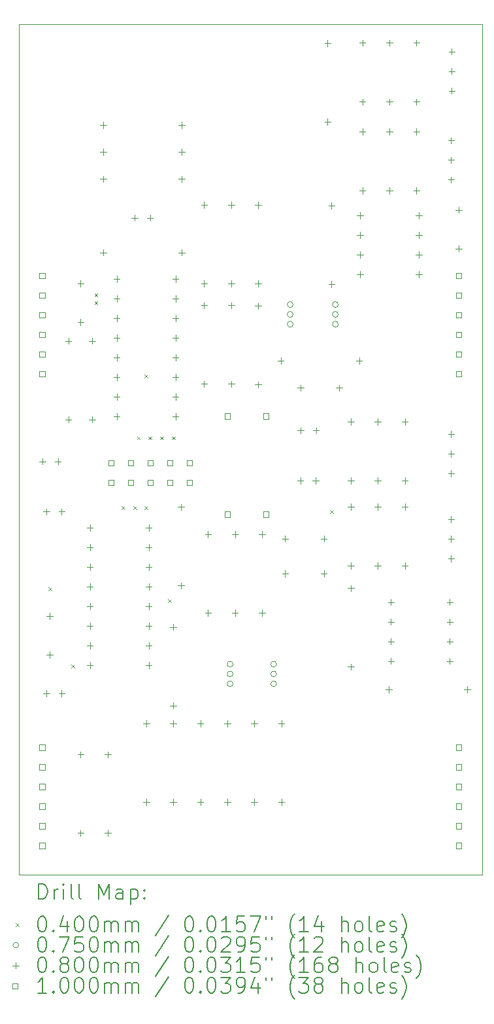
<source format=gbr>
%FSLAX45Y45*%
G04 Gerber Fmt 4.5, Leading zero omitted, Abs format (unit mm)*
G04 Created by KiCad (PCBNEW (6.0.0)) date 2022-04-04 19:52:20*
%MOMM*%
%LPD*%
G01*
G04 APERTURE LIST*
%TA.AperFunction,Profile*%
%ADD10C,0.050000*%
%TD*%
%ADD11C,0.200000*%
%ADD12C,0.040000*%
%ADD13C,0.075000*%
%ADD14C,0.080000*%
%ADD15C,0.100000*%
G04 APERTURE END LIST*
D10*
X9000000Y-3650000D02*
X9000000Y-14650000D01*
X3000000Y-3650000D02*
X9000000Y-3650000D01*
X3000000Y-3650000D02*
X3000000Y-14650000D01*
X3000000Y-14650000D02*
X9000000Y-14650000D01*
D11*
D12*
X3380000Y-10930000D02*
X3420000Y-10970000D01*
X3420000Y-10930000D02*
X3380000Y-10970000D01*
X3680000Y-11930000D02*
X3720000Y-11970000D01*
X3720000Y-11930000D02*
X3680000Y-11970000D01*
X3980000Y-7130000D02*
X4020000Y-7170000D01*
X4020000Y-7130000D02*
X3980000Y-7170000D01*
X3980000Y-7230000D02*
X4020000Y-7270000D01*
X4020000Y-7230000D02*
X3980000Y-7270000D01*
X4330000Y-9880000D02*
X4370000Y-9920000D01*
X4370000Y-9880000D02*
X4330000Y-9920000D01*
X4480000Y-9880000D02*
X4520000Y-9920000D01*
X4520000Y-9880000D02*
X4480000Y-9920000D01*
X4530000Y-8980000D02*
X4570000Y-9020000D01*
X4570000Y-8980000D02*
X4530000Y-9020000D01*
X4630000Y-8180000D02*
X4670000Y-8220000D01*
X4670000Y-8180000D02*
X4630000Y-8220000D01*
X4630000Y-9880000D02*
X4670000Y-9920000D01*
X4670000Y-9880000D02*
X4630000Y-9920000D01*
X4680000Y-8980000D02*
X4720000Y-9020000D01*
X4720000Y-8980000D02*
X4680000Y-9020000D01*
X4830000Y-8980000D02*
X4870000Y-9020000D01*
X4870000Y-8980000D02*
X4830000Y-9020000D01*
X4930000Y-11080000D02*
X4970000Y-11120000D01*
X4970000Y-11080000D02*
X4930000Y-11120000D01*
X4980000Y-8980000D02*
X5020000Y-9020000D01*
X5020000Y-8980000D02*
X4980000Y-9020000D01*
X7030000Y-9930000D02*
X7070000Y-9970000D01*
X7070000Y-9930000D02*
X7030000Y-9970000D01*
D13*
X5773500Y-11923000D02*
G75*
G03*
X5773500Y-11923000I-37500J0D01*
G01*
X5773500Y-12050000D02*
G75*
G03*
X5773500Y-12050000I-37500J0D01*
G01*
X5773500Y-12177000D02*
G75*
G03*
X5773500Y-12177000I-37500J0D01*
G01*
X6337500Y-11923000D02*
G75*
G03*
X6337500Y-11923000I-37500J0D01*
G01*
X6337500Y-12050000D02*
G75*
G03*
X6337500Y-12050000I-37500J0D01*
G01*
X6337500Y-12177000D02*
G75*
G03*
X6337500Y-12177000I-37500J0D01*
G01*
X6551500Y-7273000D02*
G75*
G03*
X6551500Y-7273000I-37500J0D01*
G01*
X6551500Y-7400000D02*
G75*
G03*
X6551500Y-7400000I-37500J0D01*
G01*
X6551500Y-7527000D02*
G75*
G03*
X6551500Y-7527000I-37500J0D01*
G01*
X7137500Y-7273000D02*
G75*
G03*
X7137500Y-7273000I-37500J0D01*
G01*
X7137500Y-7400000D02*
G75*
G03*
X7137500Y-7400000I-37500J0D01*
G01*
X7137500Y-7527000D02*
G75*
G03*
X7137500Y-7527000I-37500J0D01*
G01*
D14*
X3304489Y-9260000D02*
X3304489Y-9340000D01*
X3264489Y-9300000D02*
X3344489Y-9300000D01*
X3354489Y-9910000D02*
X3354489Y-9990000D01*
X3314489Y-9950000D02*
X3394489Y-9950000D01*
X3354489Y-12260000D02*
X3354489Y-12340000D01*
X3314489Y-12300000D02*
X3394489Y-12300000D01*
X3400000Y-11260000D02*
X3400000Y-11340000D01*
X3360000Y-11300000D02*
X3440000Y-11300000D01*
X3400000Y-11760000D02*
X3400000Y-11840000D01*
X3360000Y-11800000D02*
X3440000Y-11800000D01*
X3504489Y-9260000D02*
X3504489Y-9340000D01*
X3464489Y-9300000D02*
X3544489Y-9300000D01*
X3554489Y-9910000D02*
X3554489Y-9990000D01*
X3514489Y-9950000D02*
X3594489Y-9950000D01*
X3554489Y-12260000D02*
X3554489Y-12340000D01*
X3514489Y-12300000D02*
X3594489Y-12300000D01*
X3640000Y-7702000D02*
X3640000Y-7782000D01*
X3600000Y-7742000D02*
X3680000Y-7742000D01*
X3640000Y-8718000D02*
X3640000Y-8798000D01*
X3600000Y-8758000D02*
X3680000Y-8758000D01*
X3800000Y-6960000D02*
X3800000Y-7040000D01*
X3760000Y-7000000D02*
X3840000Y-7000000D01*
X3800000Y-7460000D02*
X3800000Y-7540000D01*
X3760000Y-7500000D02*
X3840000Y-7500000D01*
X3800000Y-13052000D02*
X3800000Y-13132000D01*
X3760000Y-13092000D02*
X3840000Y-13092000D01*
X3800000Y-14068000D02*
X3800000Y-14148000D01*
X3760000Y-14108000D02*
X3840000Y-14108000D01*
X3920000Y-10120000D02*
X3920000Y-10200000D01*
X3880000Y-10160000D02*
X3960000Y-10160000D01*
X3920000Y-10374000D02*
X3920000Y-10454000D01*
X3880000Y-10414000D02*
X3960000Y-10414000D01*
X3920000Y-10628000D02*
X3920000Y-10708000D01*
X3880000Y-10668000D02*
X3960000Y-10668000D01*
X3920000Y-10882000D02*
X3920000Y-10962000D01*
X3880000Y-10922000D02*
X3960000Y-10922000D01*
X3920000Y-11136000D02*
X3920000Y-11216000D01*
X3880000Y-11176000D02*
X3960000Y-11176000D01*
X3920000Y-11390000D02*
X3920000Y-11470000D01*
X3880000Y-11430000D02*
X3960000Y-11430000D01*
X3920000Y-11644000D02*
X3920000Y-11724000D01*
X3880000Y-11684000D02*
X3960000Y-11684000D01*
X3920000Y-11898000D02*
X3920000Y-11978000D01*
X3880000Y-11938000D02*
X3960000Y-11938000D01*
X3950000Y-7702000D02*
X3950000Y-7782000D01*
X3910000Y-7742000D02*
X3990000Y-7742000D01*
X3950000Y-8718000D02*
X3950000Y-8798000D01*
X3910000Y-8758000D02*
X3990000Y-8758000D01*
X4092000Y-4910000D02*
X4092000Y-4990000D01*
X4052000Y-4950000D02*
X4132000Y-4950000D01*
X4092000Y-5260000D02*
X4092000Y-5340000D01*
X4052000Y-5300000D02*
X4132000Y-5300000D01*
X4092000Y-5610000D02*
X4092000Y-5690000D01*
X4052000Y-5650000D02*
X4132000Y-5650000D01*
X4092000Y-6560000D02*
X4092000Y-6640000D01*
X4052000Y-6600000D02*
X4132000Y-6600000D01*
X4150000Y-13052000D02*
X4150000Y-13132000D01*
X4110000Y-13092000D02*
X4190000Y-13092000D01*
X4150000Y-14068000D02*
X4150000Y-14148000D01*
X4110000Y-14108000D02*
X4190000Y-14108000D01*
X4268000Y-6902000D02*
X4268000Y-6982000D01*
X4228000Y-6942000D02*
X4308000Y-6942000D01*
X4268000Y-7156000D02*
X4268000Y-7236000D01*
X4228000Y-7196000D02*
X4308000Y-7196000D01*
X4268000Y-7410000D02*
X4268000Y-7490000D01*
X4228000Y-7450000D02*
X4308000Y-7450000D01*
X4268000Y-7664000D02*
X4268000Y-7744000D01*
X4228000Y-7704000D02*
X4308000Y-7704000D01*
X4268000Y-7918000D02*
X4268000Y-7998000D01*
X4228000Y-7958000D02*
X4308000Y-7958000D01*
X4268000Y-8172000D02*
X4268000Y-8252000D01*
X4228000Y-8212000D02*
X4308000Y-8212000D01*
X4268000Y-8426000D02*
X4268000Y-8506000D01*
X4228000Y-8466000D02*
X4308000Y-8466000D01*
X4268000Y-8680000D02*
X4268000Y-8760000D01*
X4228000Y-8720000D02*
X4308000Y-8720000D01*
X4500000Y-6110000D02*
X4500000Y-6190000D01*
X4460000Y-6150000D02*
X4540000Y-6150000D01*
X4650000Y-12652000D02*
X4650000Y-12732000D01*
X4610000Y-12692000D02*
X4690000Y-12692000D01*
X4650000Y-13668000D02*
X4650000Y-13748000D01*
X4610000Y-13708000D02*
X4690000Y-13708000D01*
X4682000Y-10120000D02*
X4682000Y-10200000D01*
X4642000Y-10160000D02*
X4722000Y-10160000D01*
X4682000Y-10374000D02*
X4682000Y-10454000D01*
X4642000Y-10414000D02*
X4722000Y-10414000D01*
X4682000Y-10628000D02*
X4682000Y-10708000D01*
X4642000Y-10668000D02*
X4722000Y-10668000D01*
X4682000Y-10882000D02*
X4682000Y-10962000D01*
X4642000Y-10922000D02*
X4722000Y-10922000D01*
X4682000Y-11136000D02*
X4682000Y-11216000D01*
X4642000Y-11176000D02*
X4722000Y-11176000D01*
X4682000Y-11390000D02*
X4682000Y-11470000D01*
X4642000Y-11430000D02*
X4722000Y-11430000D01*
X4682000Y-11644000D02*
X4682000Y-11724000D01*
X4642000Y-11684000D02*
X4722000Y-11684000D01*
X4682000Y-11898000D02*
X4682000Y-11978000D01*
X4642000Y-11938000D02*
X4722000Y-11938000D01*
X4700000Y-6110000D02*
X4700000Y-6190000D01*
X4660000Y-6150000D02*
X4740000Y-6150000D01*
X5000000Y-11402000D02*
X5000000Y-11482000D01*
X4960000Y-11442000D02*
X5040000Y-11442000D01*
X5000000Y-12418000D02*
X5000000Y-12498000D01*
X4960000Y-12458000D02*
X5040000Y-12458000D01*
X5000000Y-12652000D02*
X5000000Y-12732000D01*
X4960000Y-12692000D02*
X5040000Y-12692000D01*
X5000000Y-13668000D02*
X5000000Y-13748000D01*
X4960000Y-13708000D02*
X5040000Y-13708000D01*
X5030000Y-6902000D02*
X5030000Y-6982000D01*
X4990000Y-6942000D02*
X5070000Y-6942000D01*
X5030000Y-7156000D02*
X5030000Y-7236000D01*
X4990000Y-7196000D02*
X5070000Y-7196000D01*
X5030000Y-7410000D02*
X5030000Y-7490000D01*
X4990000Y-7450000D02*
X5070000Y-7450000D01*
X5030000Y-7664000D02*
X5030000Y-7744000D01*
X4990000Y-7704000D02*
X5070000Y-7704000D01*
X5030000Y-7918000D02*
X5030000Y-7998000D01*
X4990000Y-7958000D02*
X5070000Y-7958000D01*
X5030000Y-8172000D02*
X5030000Y-8252000D01*
X4990000Y-8212000D02*
X5070000Y-8212000D01*
X5030000Y-8426000D02*
X5030000Y-8506000D01*
X4990000Y-8466000D02*
X5070000Y-8466000D01*
X5030000Y-8680000D02*
X5030000Y-8760000D01*
X4990000Y-8720000D02*
X5070000Y-8720000D01*
X5100000Y-9852000D02*
X5100000Y-9932000D01*
X5060000Y-9892000D02*
X5140000Y-9892000D01*
X5100000Y-10868000D02*
X5100000Y-10948000D01*
X5060000Y-10908000D02*
X5140000Y-10908000D01*
X5108000Y-4910000D02*
X5108000Y-4990000D01*
X5068000Y-4950000D02*
X5148000Y-4950000D01*
X5108000Y-5260000D02*
X5108000Y-5340000D01*
X5068000Y-5300000D02*
X5148000Y-5300000D01*
X5108000Y-5610000D02*
X5108000Y-5690000D01*
X5068000Y-5650000D02*
X5148000Y-5650000D01*
X5108000Y-6560000D02*
X5108000Y-6640000D01*
X5068000Y-6600000D02*
X5148000Y-6600000D01*
X5350000Y-12652000D02*
X5350000Y-12732000D01*
X5310000Y-12692000D02*
X5390000Y-12692000D01*
X5350000Y-13668000D02*
X5350000Y-13748000D01*
X5310000Y-13708000D02*
X5390000Y-13708000D01*
X5400000Y-5944000D02*
X5400000Y-6024000D01*
X5360000Y-5984000D02*
X5440000Y-5984000D01*
X5400000Y-6960000D02*
X5400000Y-7040000D01*
X5360000Y-7000000D02*
X5440000Y-7000000D01*
X5400000Y-7244000D02*
X5400000Y-7324000D01*
X5360000Y-7284000D02*
X5440000Y-7284000D01*
X5400000Y-8260000D02*
X5400000Y-8340000D01*
X5360000Y-8300000D02*
X5440000Y-8300000D01*
X5450000Y-10202000D02*
X5450000Y-10282000D01*
X5410000Y-10242000D02*
X5490000Y-10242000D01*
X5450000Y-11218000D02*
X5450000Y-11298000D01*
X5410000Y-11258000D02*
X5490000Y-11258000D01*
X5700000Y-12652000D02*
X5700000Y-12732000D01*
X5660000Y-12692000D02*
X5740000Y-12692000D01*
X5700000Y-13668000D02*
X5700000Y-13748000D01*
X5660000Y-13708000D02*
X5740000Y-13708000D01*
X5750000Y-5944000D02*
X5750000Y-6024000D01*
X5710000Y-5984000D02*
X5790000Y-5984000D01*
X5750000Y-6960000D02*
X5750000Y-7040000D01*
X5710000Y-7000000D02*
X5790000Y-7000000D01*
X5750000Y-7244000D02*
X5750000Y-7324000D01*
X5710000Y-7284000D02*
X5790000Y-7284000D01*
X5750000Y-8260000D02*
X5750000Y-8340000D01*
X5710000Y-8300000D02*
X5790000Y-8300000D01*
X5800000Y-10202000D02*
X5800000Y-10282000D01*
X5760000Y-10242000D02*
X5840000Y-10242000D01*
X5800000Y-11218000D02*
X5800000Y-11298000D01*
X5760000Y-11258000D02*
X5840000Y-11258000D01*
X6050000Y-12652000D02*
X6050000Y-12732000D01*
X6010000Y-12692000D02*
X6090000Y-12692000D01*
X6050000Y-13668000D02*
X6050000Y-13748000D01*
X6010000Y-13708000D02*
X6090000Y-13708000D01*
X6100000Y-5944000D02*
X6100000Y-6024000D01*
X6060000Y-5984000D02*
X6140000Y-5984000D01*
X6100000Y-6960000D02*
X6100000Y-7040000D01*
X6060000Y-7000000D02*
X6140000Y-7000000D01*
X6100000Y-7252000D02*
X6100000Y-7332000D01*
X6060000Y-7292000D02*
X6140000Y-7292000D01*
X6100000Y-8268000D02*
X6100000Y-8348000D01*
X6060000Y-8308000D02*
X6140000Y-8308000D01*
X6150000Y-10202000D02*
X6150000Y-10282000D01*
X6110000Y-10242000D02*
X6190000Y-10242000D01*
X6150000Y-11218000D02*
X6150000Y-11298000D01*
X6110000Y-11258000D02*
X6190000Y-11258000D01*
X6392000Y-7960000D02*
X6392000Y-8040000D01*
X6352000Y-8000000D02*
X6432000Y-8000000D01*
X6400000Y-12652000D02*
X6400000Y-12732000D01*
X6360000Y-12692000D02*
X6440000Y-12692000D01*
X6400000Y-13668000D02*
X6400000Y-13748000D01*
X6360000Y-13708000D02*
X6440000Y-13708000D01*
X6450000Y-10260000D02*
X6450000Y-10340000D01*
X6410000Y-10300000D02*
X6490000Y-10300000D01*
X6450000Y-10710000D02*
X6450000Y-10790000D01*
X6410000Y-10750000D02*
X6490000Y-10750000D01*
X6645511Y-9510000D02*
X6645511Y-9590000D01*
X6605511Y-9550000D02*
X6685511Y-9550000D01*
X6650000Y-8310000D02*
X6650000Y-8390000D01*
X6610000Y-8350000D02*
X6690000Y-8350000D01*
X6650000Y-8860000D02*
X6650000Y-8940000D01*
X6610000Y-8900000D02*
X6690000Y-8900000D01*
X6845511Y-9510000D02*
X6845511Y-9590000D01*
X6805511Y-9550000D02*
X6885511Y-9550000D01*
X6850000Y-8860000D02*
X6850000Y-8940000D01*
X6810000Y-8900000D02*
X6890000Y-8900000D01*
X6950000Y-10260000D02*
X6950000Y-10340000D01*
X6910000Y-10300000D02*
X6990000Y-10300000D01*
X6950000Y-10710000D02*
X6950000Y-10790000D01*
X6910000Y-10750000D02*
X6990000Y-10750000D01*
X7000000Y-3852000D02*
X7000000Y-3932000D01*
X6960000Y-3892000D02*
X7040000Y-3892000D01*
X7000000Y-4868000D02*
X7000000Y-4948000D01*
X6960000Y-4908000D02*
X7040000Y-4908000D01*
X7050000Y-5952000D02*
X7050000Y-6032000D01*
X7010000Y-5992000D02*
X7090000Y-5992000D01*
X7050000Y-6968000D02*
X7050000Y-7048000D01*
X7010000Y-7008000D02*
X7090000Y-7008000D01*
X7150000Y-8310000D02*
X7150000Y-8390000D01*
X7110000Y-8350000D02*
X7190000Y-8350000D01*
X7300000Y-8748000D02*
X7300000Y-8828000D01*
X7260000Y-8788000D02*
X7340000Y-8788000D01*
X7300000Y-9510000D02*
X7300000Y-9590000D01*
X7260000Y-9550000D02*
X7340000Y-9550000D01*
X7300000Y-9848000D02*
X7300000Y-9928000D01*
X7260000Y-9888000D02*
X7340000Y-9888000D01*
X7300000Y-10610000D02*
X7300000Y-10690000D01*
X7260000Y-10650000D02*
X7340000Y-10650000D01*
X7300000Y-10902000D02*
X7300000Y-10982000D01*
X7260000Y-10942000D02*
X7340000Y-10942000D01*
X7300000Y-11918000D02*
X7300000Y-11998000D01*
X7260000Y-11958000D02*
X7340000Y-11958000D01*
X7408000Y-7960000D02*
X7408000Y-8040000D01*
X7368000Y-8000000D02*
X7448000Y-8000000D01*
X7420000Y-6080000D02*
X7420000Y-6160000D01*
X7380000Y-6120000D02*
X7460000Y-6120000D01*
X7420000Y-6334000D02*
X7420000Y-6414000D01*
X7380000Y-6374000D02*
X7460000Y-6374000D01*
X7420000Y-6588000D02*
X7420000Y-6668000D01*
X7380000Y-6628000D02*
X7460000Y-6628000D01*
X7420000Y-6842000D02*
X7420000Y-6922000D01*
X7380000Y-6882000D02*
X7460000Y-6882000D01*
X7450000Y-3848000D02*
X7450000Y-3928000D01*
X7410000Y-3888000D02*
X7490000Y-3888000D01*
X7450000Y-4610000D02*
X7450000Y-4690000D01*
X7410000Y-4650000D02*
X7490000Y-4650000D01*
X7450000Y-4998000D02*
X7450000Y-5078000D01*
X7410000Y-5038000D02*
X7490000Y-5038000D01*
X7450000Y-5760000D02*
X7450000Y-5840000D01*
X7410000Y-5800000D02*
X7490000Y-5800000D01*
X7650000Y-8748000D02*
X7650000Y-8828000D01*
X7610000Y-8788000D02*
X7690000Y-8788000D01*
X7650000Y-9510000D02*
X7650000Y-9590000D01*
X7610000Y-9550000D02*
X7690000Y-9550000D01*
X7650000Y-9848000D02*
X7650000Y-9928000D01*
X7610000Y-9888000D02*
X7690000Y-9888000D01*
X7650000Y-10610000D02*
X7650000Y-10690000D01*
X7610000Y-10650000D02*
X7690000Y-10650000D01*
X7792000Y-12210000D02*
X7792000Y-12290000D01*
X7752000Y-12250000D02*
X7832000Y-12250000D01*
X7800000Y-3848000D02*
X7800000Y-3928000D01*
X7760000Y-3888000D02*
X7840000Y-3888000D01*
X7800000Y-4610000D02*
X7800000Y-4690000D01*
X7760000Y-4650000D02*
X7840000Y-4650000D01*
X7800000Y-4998000D02*
X7800000Y-5078000D01*
X7760000Y-5038000D02*
X7840000Y-5038000D01*
X7800000Y-5760000D02*
X7800000Y-5840000D01*
X7760000Y-5800000D02*
X7840000Y-5800000D01*
X7820000Y-11080000D02*
X7820000Y-11160000D01*
X7780000Y-11120000D02*
X7860000Y-11120000D01*
X7820000Y-11334000D02*
X7820000Y-11414000D01*
X7780000Y-11374000D02*
X7860000Y-11374000D01*
X7820000Y-11588000D02*
X7820000Y-11668000D01*
X7780000Y-11628000D02*
X7860000Y-11628000D01*
X7820000Y-11842000D02*
X7820000Y-11922000D01*
X7780000Y-11882000D02*
X7860000Y-11882000D01*
X8000000Y-8748000D02*
X8000000Y-8828000D01*
X7960000Y-8788000D02*
X8040000Y-8788000D01*
X8000000Y-9510000D02*
X8000000Y-9590000D01*
X7960000Y-9550000D02*
X8040000Y-9550000D01*
X8000000Y-9848000D02*
X8000000Y-9928000D01*
X7960000Y-9888000D02*
X8040000Y-9888000D01*
X8000000Y-10610000D02*
X8000000Y-10690000D01*
X7960000Y-10650000D02*
X8040000Y-10650000D01*
X8150000Y-3848000D02*
X8150000Y-3928000D01*
X8110000Y-3888000D02*
X8190000Y-3888000D01*
X8150000Y-4610000D02*
X8150000Y-4690000D01*
X8110000Y-4650000D02*
X8190000Y-4650000D01*
X8150000Y-4998000D02*
X8150000Y-5078000D01*
X8110000Y-5038000D02*
X8190000Y-5038000D01*
X8150000Y-5760000D02*
X8150000Y-5840000D01*
X8110000Y-5800000D02*
X8190000Y-5800000D01*
X8182000Y-6080000D02*
X8182000Y-6160000D01*
X8142000Y-6120000D02*
X8222000Y-6120000D01*
X8182000Y-6334000D02*
X8182000Y-6414000D01*
X8142000Y-6374000D02*
X8222000Y-6374000D01*
X8182000Y-6588000D02*
X8182000Y-6668000D01*
X8142000Y-6628000D02*
X8222000Y-6628000D01*
X8182000Y-6842000D02*
X8182000Y-6922000D01*
X8142000Y-6882000D02*
X8222000Y-6882000D01*
X8582000Y-11080000D02*
X8582000Y-11160000D01*
X8542000Y-11120000D02*
X8622000Y-11120000D01*
X8582000Y-11334000D02*
X8582000Y-11414000D01*
X8542000Y-11374000D02*
X8622000Y-11374000D01*
X8582000Y-11588000D02*
X8582000Y-11668000D01*
X8542000Y-11628000D02*
X8622000Y-11628000D01*
X8582000Y-11842000D02*
X8582000Y-11922000D01*
X8542000Y-11882000D02*
X8622000Y-11882000D01*
X8600000Y-5110000D02*
X8600000Y-5190000D01*
X8560000Y-5150000D02*
X8640000Y-5150000D01*
X8600000Y-5364000D02*
X8600000Y-5444000D01*
X8560000Y-5404000D02*
X8640000Y-5404000D01*
X8600000Y-5618000D02*
X8600000Y-5698000D01*
X8560000Y-5658000D02*
X8640000Y-5658000D01*
X8600000Y-8910000D02*
X8600000Y-8990000D01*
X8560000Y-8950000D02*
X8640000Y-8950000D01*
X8600000Y-9164000D02*
X8600000Y-9244000D01*
X8560000Y-9204000D02*
X8640000Y-9204000D01*
X8600000Y-9418000D02*
X8600000Y-9498000D01*
X8560000Y-9458000D02*
X8640000Y-9458000D01*
X8600000Y-10010000D02*
X8600000Y-10090000D01*
X8560000Y-10050000D02*
X8640000Y-10050000D01*
X8600000Y-10264000D02*
X8600000Y-10344000D01*
X8560000Y-10304000D02*
X8640000Y-10304000D01*
X8600000Y-10518000D02*
X8600000Y-10598000D01*
X8560000Y-10558000D02*
X8640000Y-10558000D01*
X8608000Y-3960000D02*
X8608000Y-4040000D01*
X8568000Y-4000000D02*
X8648000Y-4000000D01*
X8608000Y-4214000D02*
X8608000Y-4294000D01*
X8568000Y-4254000D02*
X8648000Y-4254000D01*
X8608000Y-4468000D02*
X8608000Y-4548000D01*
X8568000Y-4508000D02*
X8648000Y-4508000D01*
X8700000Y-6010000D02*
X8700000Y-6090000D01*
X8660000Y-6050000D02*
X8740000Y-6050000D01*
X8700000Y-6510000D02*
X8700000Y-6590000D01*
X8660000Y-6550000D02*
X8740000Y-6550000D01*
X8808000Y-12210000D02*
X8808000Y-12290000D01*
X8768000Y-12250000D02*
X8848000Y-12250000D01*
D15*
X3335356Y-6935356D02*
X3335356Y-6864644D01*
X3264644Y-6864644D01*
X3264644Y-6935356D01*
X3335356Y-6935356D01*
X3335356Y-7189356D02*
X3335356Y-7118644D01*
X3264644Y-7118644D01*
X3264644Y-7189356D01*
X3335356Y-7189356D01*
X3335356Y-7443356D02*
X3335356Y-7372644D01*
X3264644Y-7372644D01*
X3264644Y-7443356D01*
X3335356Y-7443356D01*
X3335356Y-7697356D02*
X3335356Y-7626644D01*
X3264644Y-7626644D01*
X3264644Y-7697356D01*
X3335356Y-7697356D01*
X3335356Y-7951356D02*
X3335356Y-7880644D01*
X3264644Y-7880644D01*
X3264644Y-7951356D01*
X3335356Y-7951356D01*
X3335356Y-8205356D02*
X3335356Y-8134644D01*
X3264644Y-8134644D01*
X3264644Y-8205356D01*
X3335356Y-8205356D01*
X3335356Y-13035356D02*
X3335356Y-12964644D01*
X3264644Y-12964644D01*
X3264644Y-13035356D01*
X3335356Y-13035356D01*
X3335356Y-13289356D02*
X3335356Y-13218644D01*
X3264644Y-13218644D01*
X3264644Y-13289356D01*
X3335356Y-13289356D01*
X3335356Y-13543356D02*
X3335356Y-13472644D01*
X3264644Y-13472644D01*
X3264644Y-13543356D01*
X3335356Y-13543356D01*
X3335356Y-13797356D02*
X3335356Y-13726644D01*
X3264644Y-13726644D01*
X3264644Y-13797356D01*
X3335356Y-13797356D01*
X3335356Y-14051356D02*
X3335356Y-13980644D01*
X3264644Y-13980644D01*
X3264644Y-14051356D01*
X3335356Y-14051356D01*
X3335356Y-14305356D02*
X3335356Y-14234644D01*
X3264644Y-14234644D01*
X3264644Y-14305356D01*
X3335356Y-14305356D01*
X4227856Y-9357856D02*
X4227856Y-9287144D01*
X4157144Y-9287144D01*
X4157144Y-9357856D01*
X4227856Y-9357856D01*
X4227856Y-9611856D02*
X4227856Y-9541144D01*
X4157144Y-9541144D01*
X4157144Y-9611856D01*
X4227856Y-9611856D01*
X4481856Y-9357856D02*
X4481856Y-9287144D01*
X4411144Y-9287144D01*
X4411144Y-9357856D01*
X4481856Y-9357856D01*
X4481856Y-9611856D02*
X4481856Y-9541144D01*
X4411144Y-9541144D01*
X4411144Y-9611856D01*
X4481856Y-9611856D01*
X4735856Y-9357856D02*
X4735856Y-9287144D01*
X4665144Y-9287144D01*
X4665144Y-9357856D01*
X4735856Y-9357856D01*
X4735856Y-9611856D02*
X4735856Y-9541144D01*
X4665144Y-9541144D01*
X4665144Y-9611856D01*
X4735856Y-9611856D01*
X4989856Y-9357856D02*
X4989856Y-9287144D01*
X4919144Y-9287144D01*
X4919144Y-9357856D01*
X4989856Y-9357856D01*
X4989856Y-9611856D02*
X4989856Y-9541144D01*
X4919144Y-9541144D01*
X4919144Y-9611856D01*
X4989856Y-9611856D01*
X5243856Y-9357856D02*
X5243856Y-9287144D01*
X5173144Y-9287144D01*
X5173144Y-9357856D01*
X5243856Y-9357856D01*
X5243856Y-9611856D02*
X5243856Y-9541144D01*
X5173144Y-9541144D01*
X5173144Y-9611856D01*
X5243856Y-9611856D01*
X5735356Y-8750356D02*
X5735356Y-8679644D01*
X5664644Y-8679644D01*
X5664644Y-8750356D01*
X5735356Y-8750356D01*
X5735356Y-10020356D02*
X5735356Y-9949644D01*
X5664644Y-9949644D01*
X5664644Y-10020356D01*
X5735356Y-10020356D01*
X6235356Y-8750356D02*
X6235356Y-8679644D01*
X6164644Y-8679644D01*
X6164644Y-8750356D01*
X6235356Y-8750356D01*
X6235356Y-10020356D02*
X6235356Y-9949644D01*
X6164644Y-9949644D01*
X6164644Y-10020356D01*
X6235356Y-10020356D01*
X8735356Y-6935356D02*
X8735356Y-6864644D01*
X8664644Y-6864644D01*
X8664644Y-6935356D01*
X8735356Y-6935356D01*
X8735356Y-7189356D02*
X8735356Y-7118644D01*
X8664644Y-7118644D01*
X8664644Y-7189356D01*
X8735356Y-7189356D01*
X8735356Y-7443356D02*
X8735356Y-7372644D01*
X8664644Y-7372644D01*
X8664644Y-7443356D01*
X8735356Y-7443356D01*
X8735356Y-7697356D02*
X8735356Y-7626644D01*
X8664644Y-7626644D01*
X8664644Y-7697356D01*
X8735356Y-7697356D01*
X8735356Y-7951356D02*
X8735356Y-7880644D01*
X8664644Y-7880644D01*
X8664644Y-7951356D01*
X8735356Y-7951356D01*
X8735356Y-8205356D02*
X8735356Y-8134644D01*
X8664644Y-8134644D01*
X8664644Y-8205356D01*
X8735356Y-8205356D01*
X8735356Y-13035356D02*
X8735356Y-12964644D01*
X8664644Y-12964644D01*
X8664644Y-13035356D01*
X8735356Y-13035356D01*
X8735356Y-13289356D02*
X8735356Y-13218644D01*
X8664644Y-13218644D01*
X8664644Y-13289356D01*
X8735356Y-13289356D01*
X8735356Y-13543356D02*
X8735356Y-13472644D01*
X8664644Y-13472644D01*
X8664644Y-13543356D01*
X8735356Y-13543356D01*
X8735356Y-13797356D02*
X8735356Y-13726644D01*
X8664644Y-13726644D01*
X8664644Y-13797356D01*
X8735356Y-13797356D01*
X8735356Y-14051356D02*
X8735356Y-13980644D01*
X8664644Y-13980644D01*
X8664644Y-14051356D01*
X8735356Y-14051356D01*
X8735356Y-14305356D02*
X8735356Y-14234644D01*
X8664644Y-14234644D01*
X8664644Y-14305356D01*
X8735356Y-14305356D01*
D11*
X3255119Y-14962976D02*
X3255119Y-14762976D01*
X3302738Y-14762976D01*
X3331309Y-14772500D01*
X3350357Y-14791548D01*
X3359881Y-14810595D01*
X3369405Y-14848690D01*
X3369405Y-14877262D01*
X3359881Y-14915357D01*
X3350357Y-14934405D01*
X3331309Y-14953452D01*
X3302738Y-14962976D01*
X3255119Y-14962976D01*
X3455119Y-14962976D02*
X3455119Y-14829643D01*
X3455119Y-14867738D02*
X3464643Y-14848690D01*
X3474167Y-14839167D01*
X3493214Y-14829643D01*
X3512262Y-14829643D01*
X3578928Y-14962976D02*
X3578928Y-14829643D01*
X3578928Y-14762976D02*
X3569405Y-14772500D01*
X3578928Y-14782024D01*
X3588452Y-14772500D01*
X3578928Y-14762976D01*
X3578928Y-14782024D01*
X3702738Y-14962976D02*
X3683690Y-14953452D01*
X3674167Y-14934405D01*
X3674167Y-14762976D01*
X3807500Y-14962976D02*
X3788452Y-14953452D01*
X3778928Y-14934405D01*
X3778928Y-14762976D01*
X4036071Y-14962976D02*
X4036071Y-14762976D01*
X4102738Y-14905833D01*
X4169405Y-14762976D01*
X4169405Y-14962976D01*
X4350357Y-14962976D02*
X4350357Y-14858214D01*
X4340833Y-14839167D01*
X4321786Y-14829643D01*
X4283690Y-14829643D01*
X4264643Y-14839167D01*
X4350357Y-14953452D02*
X4331310Y-14962976D01*
X4283690Y-14962976D01*
X4264643Y-14953452D01*
X4255119Y-14934405D01*
X4255119Y-14915357D01*
X4264643Y-14896309D01*
X4283690Y-14886786D01*
X4331310Y-14886786D01*
X4350357Y-14877262D01*
X4445595Y-14829643D02*
X4445595Y-15029643D01*
X4445595Y-14839167D02*
X4464643Y-14829643D01*
X4502738Y-14829643D01*
X4521786Y-14839167D01*
X4531310Y-14848690D01*
X4540833Y-14867738D01*
X4540833Y-14924881D01*
X4531310Y-14943928D01*
X4521786Y-14953452D01*
X4502738Y-14962976D01*
X4464643Y-14962976D01*
X4445595Y-14953452D01*
X4626548Y-14943928D02*
X4636071Y-14953452D01*
X4626548Y-14962976D01*
X4617024Y-14953452D01*
X4626548Y-14943928D01*
X4626548Y-14962976D01*
X4626548Y-14839167D02*
X4636071Y-14848690D01*
X4626548Y-14858214D01*
X4617024Y-14848690D01*
X4626548Y-14839167D01*
X4626548Y-14858214D01*
D12*
X2957500Y-15272500D02*
X2997500Y-15312500D01*
X2997500Y-15272500D02*
X2957500Y-15312500D01*
D11*
X3293214Y-15182976D02*
X3312262Y-15182976D01*
X3331309Y-15192500D01*
X3340833Y-15202024D01*
X3350357Y-15221071D01*
X3359881Y-15259167D01*
X3359881Y-15306786D01*
X3350357Y-15344881D01*
X3340833Y-15363928D01*
X3331309Y-15373452D01*
X3312262Y-15382976D01*
X3293214Y-15382976D01*
X3274167Y-15373452D01*
X3264643Y-15363928D01*
X3255119Y-15344881D01*
X3245595Y-15306786D01*
X3245595Y-15259167D01*
X3255119Y-15221071D01*
X3264643Y-15202024D01*
X3274167Y-15192500D01*
X3293214Y-15182976D01*
X3445595Y-15363928D02*
X3455119Y-15373452D01*
X3445595Y-15382976D01*
X3436071Y-15373452D01*
X3445595Y-15363928D01*
X3445595Y-15382976D01*
X3626548Y-15249643D02*
X3626548Y-15382976D01*
X3578928Y-15173452D02*
X3531309Y-15316309D01*
X3655119Y-15316309D01*
X3769405Y-15182976D02*
X3788452Y-15182976D01*
X3807500Y-15192500D01*
X3817024Y-15202024D01*
X3826548Y-15221071D01*
X3836071Y-15259167D01*
X3836071Y-15306786D01*
X3826548Y-15344881D01*
X3817024Y-15363928D01*
X3807500Y-15373452D01*
X3788452Y-15382976D01*
X3769405Y-15382976D01*
X3750357Y-15373452D01*
X3740833Y-15363928D01*
X3731309Y-15344881D01*
X3721786Y-15306786D01*
X3721786Y-15259167D01*
X3731309Y-15221071D01*
X3740833Y-15202024D01*
X3750357Y-15192500D01*
X3769405Y-15182976D01*
X3959881Y-15182976D02*
X3978928Y-15182976D01*
X3997976Y-15192500D01*
X4007500Y-15202024D01*
X4017024Y-15221071D01*
X4026548Y-15259167D01*
X4026548Y-15306786D01*
X4017024Y-15344881D01*
X4007500Y-15363928D01*
X3997976Y-15373452D01*
X3978928Y-15382976D01*
X3959881Y-15382976D01*
X3940833Y-15373452D01*
X3931309Y-15363928D01*
X3921786Y-15344881D01*
X3912262Y-15306786D01*
X3912262Y-15259167D01*
X3921786Y-15221071D01*
X3931309Y-15202024D01*
X3940833Y-15192500D01*
X3959881Y-15182976D01*
X4112262Y-15382976D02*
X4112262Y-15249643D01*
X4112262Y-15268690D02*
X4121786Y-15259167D01*
X4140833Y-15249643D01*
X4169405Y-15249643D01*
X4188452Y-15259167D01*
X4197976Y-15278214D01*
X4197976Y-15382976D01*
X4197976Y-15278214D02*
X4207500Y-15259167D01*
X4226548Y-15249643D01*
X4255119Y-15249643D01*
X4274167Y-15259167D01*
X4283690Y-15278214D01*
X4283690Y-15382976D01*
X4378929Y-15382976D02*
X4378929Y-15249643D01*
X4378929Y-15268690D02*
X4388452Y-15259167D01*
X4407500Y-15249643D01*
X4436071Y-15249643D01*
X4455119Y-15259167D01*
X4464643Y-15278214D01*
X4464643Y-15382976D01*
X4464643Y-15278214D02*
X4474167Y-15259167D01*
X4493214Y-15249643D01*
X4521786Y-15249643D01*
X4540833Y-15259167D01*
X4550357Y-15278214D01*
X4550357Y-15382976D01*
X4940833Y-15173452D02*
X4769405Y-15430595D01*
X5197976Y-15182976D02*
X5217024Y-15182976D01*
X5236071Y-15192500D01*
X5245595Y-15202024D01*
X5255119Y-15221071D01*
X5264643Y-15259167D01*
X5264643Y-15306786D01*
X5255119Y-15344881D01*
X5245595Y-15363928D01*
X5236071Y-15373452D01*
X5217024Y-15382976D01*
X5197976Y-15382976D01*
X5178929Y-15373452D01*
X5169405Y-15363928D01*
X5159881Y-15344881D01*
X5150357Y-15306786D01*
X5150357Y-15259167D01*
X5159881Y-15221071D01*
X5169405Y-15202024D01*
X5178929Y-15192500D01*
X5197976Y-15182976D01*
X5350357Y-15363928D02*
X5359881Y-15373452D01*
X5350357Y-15382976D01*
X5340833Y-15373452D01*
X5350357Y-15363928D01*
X5350357Y-15382976D01*
X5483690Y-15182976D02*
X5502738Y-15182976D01*
X5521786Y-15192500D01*
X5531310Y-15202024D01*
X5540833Y-15221071D01*
X5550357Y-15259167D01*
X5550357Y-15306786D01*
X5540833Y-15344881D01*
X5531310Y-15363928D01*
X5521786Y-15373452D01*
X5502738Y-15382976D01*
X5483690Y-15382976D01*
X5464643Y-15373452D01*
X5455119Y-15363928D01*
X5445595Y-15344881D01*
X5436071Y-15306786D01*
X5436071Y-15259167D01*
X5445595Y-15221071D01*
X5455119Y-15202024D01*
X5464643Y-15192500D01*
X5483690Y-15182976D01*
X5740833Y-15382976D02*
X5626548Y-15382976D01*
X5683690Y-15382976D02*
X5683690Y-15182976D01*
X5664643Y-15211548D01*
X5645595Y-15230595D01*
X5626548Y-15240119D01*
X5921786Y-15182976D02*
X5826548Y-15182976D01*
X5817024Y-15278214D01*
X5826548Y-15268690D01*
X5845595Y-15259167D01*
X5893214Y-15259167D01*
X5912262Y-15268690D01*
X5921786Y-15278214D01*
X5931309Y-15297262D01*
X5931309Y-15344881D01*
X5921786Y-15363928D01*
X5912262Y-15373452D01*
X5893214Y-15382976D01*
X5845595Y-15382976D01*
X5826548Y-15373452D01*
X5817024Y-15363928D01*
X5997976Y-15182976D02*
X6131309Y-15182976D01*
X6045595Y-15382976D01*
X6197976Y-15182976D02*
X6197976Y-15221071D01*
X6274167Y-15182976D02*
X6274167Y-15221071D01*
X6569405Y-15459167D02*
X6559881Y-15449643D01*
X6540833Y-15421071D01*
X6531309Y-15402024D01*
X6521786Y-15373452D01*
X6512262Y-15325833D01*
X6512262Y-15287738D01*
X6521786Y-15240119D01*
X6531309Y-15211548D01*
X6540833Y-15192500D01*
X6559881Y-15163928D01*
X6569405Y-15154405D01*
X6750357Y-15382976D02*
X6636071Y-15382976D01*
X6693214Y-15382976D02*
X6693214Y-15182976D01*
X6674167Y-15211548D01*
X6655119Y-15230595D01*
X6636071Y-15240119D01*
X6921786Y-15249643D02*
X6921786Y-15382976D01*
X6874167Y-15173452D02*
X6826548Y-15316309D01*
X6950357Y-15316309D01*
X7178928Y-15382976D02*
X7178928Y-15182976D01*
X7264643Y-15382976D02*
X7264643Y-15278214D01*
X7255119Y-15259167D01*
X7236071Y-15249643D01*
X7207500Y-15249643D01*
X7188452Y-15259167D01*
X7178928Y-15268690D01*
X7388452Y-15382976D02*
X7369405Y-15373452D01*
X7359881Y-15363928D01*
X7350357Y-15344881D01*
X7350357Y-15287738D01*
X7359881Y-15268690D01*
X7369405Y-15259167D01*
X7388452Y-15249643D01*
X7417024Y-15249643D01*
X7436071Y-15259167D01*
X7445595Y-15268690D01*
X7455119Y-15287738D01*
X7455119Y-15344881D01*
X7445595Y-15363928D01*
X7436071Y-15373452D01*
X7417024Y-15382976D01*
X7388452Y-15382976D01*
X7569405Y-15382976D02*
X7550357Y-15373452D01*
X7540833Y-15354405D01*
X7540833Y-15182976D01*
X7721786Y-15373452D02*
X7702738Y-15382976D01*
X7664643Y-15382976D01*
X7645595Y-15373452D01*
X7636071Y-15354405D01*
X7636071Y-15278214D01*
X7645595Y-15259167D01*
X7664643Y-15249643D01*
X7702738Y-15249643D01*
X7721786Y-15259167D01*
X7731309Y-15278214D01*
X7731309Y-15297262D01*
X7636071Y-15316309D01*
X7807500Y-15373452D02*
X7826548Y-15382976D01*
X7864643Y-15382976D01*
X7883690Y-15373452D01*
X7893214Y-15354405D01*
X7893214Y-15344881D01*
X7883690Y-15325833D01*
X7864643Y-15316309D01*
X7836071Y-15316309D01*
X7817024Y-15306786D01*
X7807500Y-15287738D01*
X7807500Y-15278214D01*
X7817024Y-15259167D01*
X7836071Y-15249643D01*
X7864643Y-15249643D01*
X7883690Y-15259167D01*
X7959881Y-15459167D02*
X7969405Y-15449643D01*
X7988452Y-15421071D01*
X7997976Y-15402024D01*
X8007500Y-15373452D01*
X8017024Y-15325833D01*
X8017024Y-15287738D01*
X8007500Y-15240119D01*
X7997976Y-15211548D01*
X7988452Y-15192500D01*
X7969405Y-15163928D01*
X7959881Y-15154405D01*
D13*
X2997500Y-15556500D02*
G75*
G03*
X2997500Y-15556500I-37500J0D01*
G01*
D11*
X3293214Y-15446976D02*
X3312262Y-15446976D01*
X3331309Y-15456500D01*
X3340833Y-15466024D01*
X3350357Y-15485071D01*
X3359881Y-15523167D01*
X3359881Y-15570786D01*
X3350357Y-15608881D01*
X3340833Y-15627928D01*
X3331309Y-15637452D01*
X3312262Y-15646976D01*
X3293214Y-15646976D01*
X3274167Y-15637452D01*
X3264643Y-15627928D01*
X3255119Y-15608881D01*
X3245595Y-15570786D01*
X3245595Y-15523167D01*
X3255119Y-15485071D01*
X3264643Y-15466024D01*
X3274167Y-15456500D01*
X3293214Y-15446976D01*
X3445595Y-15627928D02*
X3455119Y-15637452D01*
X3445595Y-15646976D01*
X3436071Y-15637452D01*
X3445595Y-15627928D01*
X3445595Y-15646976D01*
X3521786Y-15446976D02*
X3655119Y-15446976D01*
X3569405Y-15646976D01*
X3826548Y-15446976D02*
X3731309Y-15446976D01*
X3721786Y-15542214D01*
X3731309Y-15532690D01*
X3750357Y-15523167D01*
X3797976Y-15523167D01*
X3817024Y-15532690D01*
X3826548Y-15542214D01*
X3836071Y-15561262D01*
X3836071Y-15608881D01*
X3826548Y-15627928D01*
X3817024Y-15637452D01*
X3797976Y-15646976D01*
X3750357Y-15646976D01*
X3731309Y-15637452D01*
X3721786Y-15627928D01*
X3959881Y-15446976D02*
X3978928Y-15446976D01*
X3997976Y-15456500D01*
X4007500Y-15466024D01*
X4017024Y-15485071D01*
X4026548Y-15523167D01*
X4026548Y-15570786D01*
X4017024Y-15608881D01*
X4007500Y-15627928D01*
X3997976Y-15637452D01*
X3978928Y-15646976D01*
X3959881Y-15646976D01*
X3940833Y-15637452D01*
X3931309Y-15627928D01*
X3921786Y-15608881D01*
X3912262Y-15570786D01*
X3912262Y-15523167D01*
X3921786Y-15485071D01*
X3931309Y-15466024D01*
X3940833Y-15456500D01*
X3959881Y-15446976D01*
X4112262Y-15646976D02*
X4112262Y-15513643D01*
X4112262Y-15532690D02*
X4121786Y-15523167D01*
X4140833Y-15513643D01*
X4169405Y-15513643D01*
X4188452Y-15523167D01*
X4197976Y-15542214D01*
X4197976Y-15646976D01*
X4197976Y-15542214D02*
X4207500Y-15523167D01*
X4226548Y-15513643D01*
X4255119Y-15513643D01*
X4274167Y-15523167D01*
X4283690Y-15542214D01*
X4283690Y-15646976D01*
X4378929Y-15646976D02*
X4378929Y-15513643D01*
X4378929Y-15532690D02*
X4388452Y-15523167D01*
X4407500Y-15513643D01*
X4436071Y-15513643D01*
X4455119Y-15523167D01*
X4464643Y-15542214D01*
X4464643Y-15646976D01*
X4464643Y-15542214D02*
X4474167Y-15523167D01*
X4493214Y-15513643D01*
X4521786Y-15513643D01*
X4540833Y-15523167D01*
X4550357Y-15542214D01*
X4550357Y-15646976D01*
X4940833Y-15437452D02*
X4769405Y-15694595D01*
X5197976Y-15446976D02*
X5217024Y-15446976D01*
X5236071Y-15456500D01*
X5245595Y-15466024D01*
X5255119Y-15485071D01*
X5264643Y-15523167D01*
X5264643Y-15570786D01*
X5255119Y-15608881D01*
X5245595Y-15627928D01*
X5236071Y-15637452D01*
X5217024Y-15646976D01*
X5197976Y-15646976D01*
X5178929Y-15637452D01*
X5169405Y-15627928D01*
X5159881Y-15608881D01*
X5150357Y-15570786D01*
X5150357Y-15523167D01*
X5159881Y-15485071D01*
X5169405Y-15466024D01*
X5178929Y-15456500D01*
X5197976Y-15446976D01*
X5350357Y-15627928D02*
X5359881Y-15637452D01*
X5350357Y-15646976D01*
X5340833Y-15637452D01*
X5350357Y-15627928D01*
X5350357Y-15646976D01*
X5483690Y-15446976D02*
X5502738Y-15446976D01*
X5521786Y-15456500D01*
X5531310Y-15466024D01*
X5540833Y-15485071D01*
X5550357Y-15523167D01*
X5550357Y-15570786D01*
X5540833Y-15608881D01*
X5531310Y-15627928D01*
X5521786Y-15637452D01*
X5502738Y-15646976D01*
X5483690Y-15646976D01*
X5464643Y-15637452D01*
X5455119Y-15627928D01*
X5445595Y-15608881D01*
X5436071Y-15570786D01*
X5436071Y-15523167D01*
X5445595Y-15485071D01*
X5455119Y-15466024D01*
X5464643Y-15456500D01*
X5483690Y-15446976D01*
X5626548Y-15466024D02*
X5636071Y-15456500D01*
X5655119Y-15446976D01*
X5702738Y-15446976D01*
X5721786Y-15456500D01*
X5731309Y-15466024D01*
X5740833Y-15485071D01*
X5740833Y-15504119D01*
X5731309Y-15532690D01*
X5617024Y-15646976D01*
X5740833Y-15646976D01*
X5836071Y-15646976D02*
X5874167Y-15646976D01*
X5893214Y-15637452D01*
X5902738Y-15627928D01*
X5921786Y-15599357D01*
X5931309Y-15561262D01*
X5931309Y-15485071D01*
X5921786Y-15466024D01*
X5912262Y-15456500D01*
X5893214Y-15446976D01*
X5855119Y-15446976D01*
X5836071Y-15456500D01*
X5826548Y-15466024D01*
X5817024Y-15485071D01*
X5817024Y-15532690D01*
X5826548Y-15551738D01*
X5836071Y-15561262D01*
X5855119Y-15570786D01*
X5893214Y-15570786D01*
X5912262Y-15561262D01*
X5921786Y-15551738D01*
X5931309Y-15532690D01*
X6112262Y-15446976D02*
X6017024Y-15446976D01*
X6007500Y-15542214D01*
X6017024Y-15532690D01*
X6036071Y-15523167D01*
X6083690Y-15523167D01*
X6102738Y-15532690D01*
X6112262Y-15542214D01*
X6121786Y-15561262D01*
X6121786Y-15608881D01*
X6112262Y-15627928D01*
X6102738Y-15637452D01*
X6083690Y-15646976D01*
X6036071Y-15646976D01*
X6017024Y-15637452D01*
X6007500Y-15627928D01*
X6197976Y-15446976D02*
X6197976Y-15485071D01*
X6274167Y-15446976D02*
X6274167Y-15485071D01*
X6569405Y-15723167D02*
X6559881Y-15713643D01*
X6540833Y-15685071D01*
X6531309Y-15666024D01*
X6521786Y-15637452D01*
X6512262Y-15589833D01*
X6512262Y-15551738D01*
X6521786Y-15504119D01*
X6531309Y-15475548D01*
X6540833Y-15456500D01*
X6559881Y-15427928D01*
X6569405Y-15418405D01*
X6750357Y-15646976D02*
X6636071Y-15646976D01*
X6693214Y-15646976D02*
X6693214Y-15446976D01*
X6674167Y-15475548D01*
X6655119Y-15494595D01*
X6636071Y-15504119D01*
X6826548Y-15466024D02*
X6836071Y-15456500D01*
X6855119Y-15446976D01*
X6902738Y-15446976D01*
X6921786Y-15456500D01*
X6931309Y-15466024D01*
X6940833Y-15485071D01*
X6940833Y-15504119D01*
X6931309Y-15532690D01*
X6817024Y-15646976D01*
X6940833Y-15646976D01*
X7178928Y-15646976D02*
X7178928Y-15446976D01*
X7264643Y-15646976D02*
X7264643Y-15542214D01*
X7255119Y-15523167D01*
X7236071Y-15513643D01*
X7207500Y-15513643D01*
X7188452Y-15523167D01*
X7178928Y-15532690D01*
X7388452Y-15646976D02*
X7369405Y-15637452D01*
X7359881Y-15627928D01*
X7350357Y-15608881D01*
X7350357Y-15551738D01*
X7359881Y-15532690D01*
X7369405Y-15523167D01*
X7388452Y-15513643D01*
X7417024Y-15513643D01*
X7436071Y-15523167D01*
X7445595Y-15532690D01*
X7455119Y-15551738D01*
X7455119Y-15608881D01*
X7445595Y-15627928D01*
X7436071Y-15637452D01*
X7417024Y-15646976D01*
X7388452Y-15646976D01*
X7569405Y-15646976D02*
X7550357Y-15637452D01*
X7540833Y-15618405D01*
X7540833Y-15446976D01*
X7721786Y-15637452D02*
X7702738Y-15646976D01*
X7664643Y-15646976D01*
X7645595Y-15637452D01*
X7636071Y-15618405D01*
X7636071Y-15542214D01*
X7645595Y-15523167D01*
X7664643Y-15513643D01*
X7702738Y-15513643D01*
X7721786Y-15523167D01*
X7731309Y-15542214D01*
X7731309Y-15561262D01*
X7636071Y-15580309D01*
X7807500Y-15637452D02*
X7826548Y-15646976D01*
X7864643Y-15646976D01*
X7883690Y-15637452D01*
X7893214Y-15618405D01*
X7893214Y-15608881D01*
X7883690Y-15589833D01*
X7864643Y-15580309D01*
X7836071Y-15580309D01*
X7817024Y-15570786D01*
X7807500Y-15551738D01*
X7807500Y-15542214D01*
X7817024Y-15523167D01*
X7836071Y-15513643D01*
X7864643Y-15513643D01*
X7883690Y-15523167D01*
X7959881Y-15723167D02*
X7969405Y-15713643D01*
X7988452Y-15685071D01*
X7997976Y-15666024D01*
X8007500Y-15637452D01*
X8017024Y-15589833D01*
X8017024Y-15551738D01*
X8007500Y-15504119D01*
X7997976Y-15475548D01*
X7988452Y-15456500D01*
X7969405Y-15427928D01*
X7959881Y-15418405D01*
D14*
X2957500Y-15780500D02*
X2957500Y-15860500D01*
X2917500Y-15820500D02*
X2997500Y-15820500D01*
D11*
X3293214Y-15710976D02*
X3312262Y-15710976D01*
X3331309Y-15720500D01*
X3340833Y-15730024D01*
X3350357Y-15749071D01*
X3359881Y-15787167D01*
X3359881Y-15834786D01*
X3350357Y-15872881D01*
X3340833Y-15891928D01*
X3331309Y-15901452D01*
X3312262Y-15910976D01*
X3293214Y-15910976D01*
X3274167Y-15901452D01*
X3264643Y-15891928D01*
X3255119Y-15872881D01*
X3245595Y-15834786D01*
X3245595Y-15787167D01*
X3255119Y-15749071D01*
X3264643Y-15730024D01*
X3274167Y-15720500D01*
X3293214Y-15710976D01*
X3445595Y-15891928D02*
X3455119Y-15901452D01*
X3445595Y-15910976D01*
X3436071Y-15901452D01*
X3445595Y-15891928D01*
X3445595Y-15910976D01*
X3569405Y-15796690D02*
X3550357Y-15787167D01*
X3540833Y-15777643D01*
X3531309Y-15758595D01*
X3531309Y-15749071D01*
X3540833Y-15730024D01*
X3550357Y-15720500D01*
X3569405Y-15710976D01*
X3607500Y-15710976D01*
X3626548Y-15720500D01*
X3636071Y-15730024D01*
X3645595Y-15749071D01*
X3645595Y-15758595D01*
X3636071Y-15777643D01*
X3626548Y-15787167D01*
X3607500Y-15796690D01*
X3569405Y-15796690D01*
X3550357Y-15806214D01*
X3540833Y-15815738D01*
X3531309Y-15834786D01*
X3531309Y-15872881D01*
X3540833Y-15891928D01*
X3550357Y-15901452D01*
X3569405Y-15910976D01*
X3607500Y-15910976D01*
X3626548Y-15901452D01*
X3636071Y-15891928D01*
X3645595Y-15872881D01*
X3645595Y-15834786D01*
X3636071Y-15815738D01*
X3626548Y-15806214D01*
X3607500Y-15796690D01*
X3769405Y-15710976D02*
X3788452Y-15710976D01*
X3807500Y-15720500D01*
X3817024Y-15730024D01*
X3826548Y-15749071D01*
X3836071Y-15787167D01*
X3836071Y-15834786D01*
X3826548Y-15872881D01*
X3817024Y-15891928D01*
X3807500Y-15901452D01*
X3788452Y-15910976D01*
X3769405Y-15910976D01*
X3750357Y-15901452D01*
X3740833Y-15891928D01*
X3731309Y-15872881D01*
X3721786Y-15834786D01*
X3721786Y-15787167D01*
X3731309Y-15749071D01*
X3740833Y-15730024D01*
X3750357Y-15720500D01*
X3769405Y-15710976D01*
X3959881Y-15710976D02*
X3978928Y-15710976D01*
X3997976Y-15720500D01*
X4007500Y-15730024D01*
X4017024Y-15749071D01*
X4026548Y-15787167D01*
X4026548Y-15834786D01*
X4017024Y-15872881D01*
X4007500Y-15891928D01*
X3997976Y-15901452D01*
X3978928Y-15910976D01*
X3959881Y-15910976D01*
X3940833Y-15901452D01*
X3931309Y-15891928D01*
X3921786Y-15872881D01*
X3912262Y-15834786D01*
X3912262Y-15787167D01*
X3921786Y-15749071D01*
X3931309Y-15730024D01*
X3940833Y-15720500D01*
X3959881Y-15710976D01*
X4112262Y-15910976D02*
X4112262Y-15777643D01*
X4112262Y-15796690D02*
X4121786Y-15787167D01*
X4140833Y-15777643D01*
X4169405Y-15777643D01*
X4188452Y-15787167D01*
X4197976Y-15806214D01*
X4197976Y-15910976D01*
X4197976Y-15806214D02*
X4207500Y-15787167D01*
X4226548Y-15777643D01*
X4255119Y-15777643D01*
X4274167Y-15787167D01*
X4283690Y-15806214D01*
X4283690Y-15910976D01*
X4378929Y-15910976D02*
X4378929Y-15777643D01*
X4378929Y-15796690D02*
X4388452Y-15787167D01*
X4407500Y-15777643D01*
X4436071Y-15777643D01*
X4455119Y-15787167D01*
X4464643Y-15806214D01*
X4464643Y-15910976D01*
X4464643Y-15806214D02*
X4474167Y-15787167D01*
X4493214Y-15777643D01*
X4521786Y-15777643D01*
X4540833Y-15787167D01*
X4550357Y-15806214D01*
X4550357Y-15910976D01*
X4940833Y-15701452D02*
X4769405Y-15958595D01*
X5197976Y-15710976D02*
X5217024Y-15710976D01*
X5236071Y-15720500D01*
X5245595Y-15730024D01*
X5255119Y-15749071D01*
X5264643Y-15787167D01*
X5264643Y-15834786D01*
X5255119Y-15872881D01*
X5245595Y-15891928D01*
X5236071Y-15901452D01*
X5217024Y-15910976D01*
X5197976Y-15910976D01*
X5178929Y-15901452D01*
X5169405Y-15891928D01*
X5159881Y-15872881D01*
X5150357Y-15834786D01*
X5150357Y-15787167D01*
X5159881Y-15749071D01*
X5169405Y-15730024D01*
X5178929Y-15720500D01*
X5197976Y-15710976D01*
X5350357Y-15891928D02*
X5359881Y-15901452D01*
X5350357Y-15910976D01*
X5340833Y-15901452D01*
X5350357Y-15891928D01*
X5350357Y-15910976D01*
X5483690Y-15710976D02*
X5502738Y-15710976D01*
X5521786Y-15720500D01*
X5531310Y-15730024D01*
X5540833Y-15749071D01*
X5550357Y-15787167D01*
X5550357Y-15834786D01*
X5540833Y-15872881D01*
X5531310Y-15891928D01*
X5521786Y-15901452D01*
X5502738Y-15910976D01*
X5483690Y-15910976D01*
X5464643Y-15901452D01*
X5455119Y-15891928D01*
X5445595Y-15872881D01*
X5436071Y-15834786D01*
X5436071Y-15787167D01*
X5445595Y-15749071D01*
X5455119Y-15730024D01*
X5464643Y-15720500D01*
X5483690Y-15710976D01*
X5617024Y-15710976D02*
X5740833Y-15710976D01*
X5674167Y-15787167D01*
X5702738Y-15787167D01*
X5721786Y-15796690D01*
X5731309Y-15806214D01*
X5740833Y-15825262D01*
X5740833Y-15872881D01*
X5731309Y-15891928D01*
X5721786Y-15901452D01*
X5702738Y-15910976D01*
X5645595Y-15910976D01*
X5626548Y-15901452D01*
X5617024Y-15891928D01*
X5931309Y-15910976D02*
X5817024Y-15910976D01*
X5874167Y-15910976D02*
X5874167Y-15710976D01*
X5855119Y-15739548D01*
X5836071Y-15758595D01*
X5817024Y-15768119D01*
X6112262Y-15710976D02*
X6017024Y-15710976D01*
X6007500Y-15806214D01*
X6017024Y-15796690D01*
X6036071Y-15787167D01*
X6083690Y-15787167D01*
X6102738Y-15796690D01*
X6112262Y-15806214D01*
X6121786Y-15825262D01*
X6121786Y-15872881D01*
X6112262Y-15891928D01*
X6102738Y-15901452D01*
X6083690Y-15910976D01*
X6036071Y-15910976D01*
X6017024Y-15901452D01*
X6007500Y-15891928D01*
X6197976Y-15710976D02*
X6197976Y-15749071D01*
X6274167Y-15710976D02*
X6274167Y-15749071D01*
X6569405Y-15987167D02*
X6559881Y-15977643D01*
X6540833Y-15949071D01*
X6531309Y-15930024D01*
X6521786Y-15901452D01*
X6512262Y-15853833D01*
X6512262Y-15815738D01*
X6521786Y-15768119D01*
X6531309Y-15739548D01*
X6540833Y-15720500D01*
X6559881Y-15691928D01*
X6569405Y-15682405D01*
X6750357Y-15910976D02*
X6636071Y-15910976D01*
X6693214Y-15910976D02*
X6693214Y-15710976D01*
X6674167Y-15739548D01*
X6655119Y-15758595D01*
X6636071Y-15768119D01*
X6921786Y-15710976D02*
X6883690Y-15710976D01*
X6864643Y-15720500D01*
X6855119Y-15730024D01*
X6836071Y-15758595D01*
X6826548Y-15796690D01*
X6826548Y-15872881D01*
X6836071Y-15891928D01*
X6845595Y-15901452D01*
X6864643Y-15910976D01*
X6902738Y-15910976D01*
X6921786Y-15901452D01*
X6931309Y-15891928D01*
X6940833Y-15872881D01*
X6940833Y-15825262D01*
X6931309Y-15806214D01*
X6921786Y-15796690D01*
X6902738Y-15787167D01*
X6864643Y-15787167D01*
X6845595Y-15796690D01*
X6836071Y-15806214D01*
X6826548Y-15825262D01*
X7055119Y-15796690D02*
X7036071Y-15787167D01*
X7026548Y-15777643D01*
X7017024Y-15758595D01*
X7017024Y-15749071D01*
X7026548Y-15730024D01*
X7036071Y-15720500D01*
X7055119Y-15710976D01*
X7093214Y-15710976D01*
X7112262Y-15720500D01*
X7121786Y-15730024D01*
X7131309Y-15749071D01*
X7131309Y-15758595D01*
X7121786Y-15777643D01*
X7112262Y-15787167D01*
X7093214Y-15796690D01*
X7055119Y-15796690D01*
X7036071Y-15806214D01*
X7026548Y-15815738D01*
X7017024Y-15834786D01*
X7017024Y-15872881D01*
X7026548Y-15891928D01*
X7036071Y-15901452D01*
X7055119Y-15910976D01*
X7093214Y-15910976D01*
X7112262Y-15901452D01*
X7121786Y-15891928D01*
X7131309Y-15872881D01*
X7131309Y-15834786D01*
X7121786Y-15815738D01*
X7112262Y-15806214D01*
X7093214Y-15796690D01*
X7369405Y-15910976D02*
X7369405Y-15710976D01*
X7455119Y-15910976D02*
X7455119Y-15806214D01*
X7445595Y-15787167D01*
X7426548Y-15777643D01*
X7397976Y-15777643D01*
X7378928Y-15787167D01*
X7369405Y-15796690D01*
X7578928Y-15910976D02*
X7559881Y-15901452D01*
X7550357Y-15891928D01*
X7540833Y-15872881D01*
X7540833Y-15815738D01*
X7550357Y-15796690D01*
X7559881Y-15787167D01*
X7578928Y-15777643D01*
X7607500Y-15777643D01*
X7626548Y-15787167D01*
X7636071Y-15796690D01*
X7645595Y-15815738D01*
X7645595Y-15872881D01*
X7636071Y-15891928D01*
X7626548Y-15901452D01*
X7607500Y-15910976D01*
X7578928Y-15910976D01*
X7759881Y-15910976D02*
X7740833Y-15901452D01*
X7731309Y-15882405D01*
X7731309Y-15710976D01*
X7912262Y-15901452D02*
X7893214Y-15910976D01*
X7855119Y-15910976D01*
X7836071Y-15901452D01*
X7826548Y-15882405D01*
X7826548Y-15806214D01*
X7836071Y-15787167D01*
X7855119Y-15777643D01*
X7893214Y-15777643D01*
X7912262Y-15787167D01*
X7921786Y-15806214D01*
X7921786Y-15825262D01*
X7826548Y-15844309D01*
X7997976Y-15901452D02*
X8017024Y-15910976D01*
X8055119Y-15910976D01*
X8074167Y-15901452D01*
X8083690Y-15882405D01*
X8083690Y-15872881D01*
X8074167Y-15853833D01*
X8055119Y-15844309D01*
X8026548Y-15844309D01*
X8007500Y-15834786D01*
X7997976Y-15815738D01*
X7997976Y-15806214D01*
X8007500Y-15787167D01*
X8026548Y-15777643D01*
X8055119Y-15777643D01*
X8074167Y-15787167D01*
X8150357Y-15987167D02*
X8159881Y-15977643D01*
X8178928Y-15949071D01*
X8188452Y-15930024D01*
X8197976Y-15901452D01*
X8207500Y-15853833D01*
X8207500Y-15815738D01*
X8197976Y-15768119D01*
X8188452Y-15739548D01*
X8178928Y-15720500D01*
X8159881Y-15691928D01*
X8150357Y-15682405D01*
D15*
X2982856Y-16119856D02*
X2982856Y-16049144D01*
X2912144Y-16049144D01*
X2912144Y-16119856D01*
X2982856Y-16119856D01*
D11*
X3359881Y-16174976D02*
X3245595Y-16174976D01*
X3302738Y-16174976D02*
X3302738Y-15974976D01*
X3283690Y-16003548D01*
X3264643Y-16022595D01*
X3245595Y-16032119D01*
X3445595Y-16155928D02*
X3455119Y-16165452D01*
X3445595Y-16174976D01*
X3436071Y-16165452D01*
X3445595Y-16155928D01*
X3445595Y-16174976D01*
X3578928Y-15974976D02*
X3597976Y-15974976D01*
X3617024Y-15984500D01*
X3626548Y-15994024D01*
X3636071Y-16013071D01*
X3645595Y-16051167D01*
X3645595Y-16098786D01*
X3636071Y-16136881D01*
X3626548Y-16155928D01*
X3617024Y-16165452D01*
X3597976Y-16174976D01*
X3578928Y-16174976D01*
X3559881Y-16165452D01*
X3550357Y-16155928D01*
X3540833Y-16136881D01*
X3531309Y-16098786D01*
X3531309Y-16051167D01*
X3540833Y-16013071D01*
X3550357Y-15994024D01*
X3559881Y-15984500D01*
X3578928Y-15974976D01*
X3769405Y-15974976D02*
X3788452Y-15974976D01*
X3807500Y-15984500D01*
X3817024Y-15994024D01*
X3826548Y-16013071D01*
X3836071Y-16051167D01*
X3836071Y-16098786D01*
X3826548Y-16136881D01*
X3817024Y-16155928D01*
X3807500Y-16165452D01*
X3788452Y-16174976D01*
X3769405Y-16174976D01*
X3750357Y-16165452D01*
X3740833Y-16155928D01*
X3731309Y-16136881D01*
X3721786Y-16098786D01*
X3721786Y-16051167D01*
X3731309Y-16013071D01*
X3740833Y-15994024D01*
X3750357Y-15984500D01*
X3769405Y-15974976D01*
X3959881Y-15974976D02*
X3978928Y-15974976D01*
X3997976Y-15984500D01*
X4007500Y-15994024D01*
X4017024Y-16013071D01*
X4026548Y-16051167D01*
X4026548Y-16098786D01*
X4017024Y-16136881D01*
X4007500Y-16155928D01*
X3997976Y-16165452D01*
X3978928Y-16174976D01*
X3959881Y-16174976D01*
X3940833Y-16165452D01*
X3931309Y-16155928D01*
X3921786Y-16136881D01*
X3912262Y-16098786D01*
X3912262Y-16051167D01*
X3921786Y-16013071D01*
X3931309Y-15994024D01*
X3940833Y-15984500D01*
X3959881Y-15974976D01*
X4112262Y-16174976D02*
X4112262Y-16041643D01*
X4112262Y-16060690D02*
X4121786Y-16051167D01*
X4140833Y-16041643D01*
X4169405Y-16041643D01*
X4188452Y-16051167D01*
X4197976Y-16070214D01*
X4197976Y-16174976D01*
X4197976Y-16070214D02*
X4207500Y-16051167D01*
X4226548Y-16041643D01*
X4255119Y-16041643D01*
X4274167Y-16051167D01*
X4283690Y-16070214D01*
X4283690Y-16174976D01*
X4378929Y-16174976D02*
X4378929Y-16041643D01*
X4378929Y-16060690D02*
X4388452Y-16051167D01*
X4407500Y-16041643D01*
X4436071Y-16041643D01*
X4455119Y-16051167D01*
X4464643Y-16070214D01*
X4464643Y-16174976D01*
X4464643Y-16070214D02*
X4474167Y-16051167D01*
X4493214Y-16041643D01*
X4521786Y-16041643D01*
X4540833Y-16051167D01*
X4550357Y-16070214D01*
X4550357Y-16174976D01*
X4940833Y-15965452D02*
X4769405Y-16222595D01*
X5197976Y-15974976D02*
X5217024Y-15974976D01*
X5236071Y-15984500D01*
X5245595Y-15994024D01*
X5255119Y-16013071D01*
X5264643Y-16051167D01*
X5264643Y-16098786D01*
X5255119Y-16136881D01*
X5245595Y-16155928D01*
X5236071Y-16165452D01*
X5217024Y-16174976D01*
X5197976Y-16174976D01*
X5178929Y-16165452D01*
X5169405Y-16155928D01*
X5159881Y-16136881D01*
X5150357Y-16098786D01*
X5150357Y-16051167D01*
X5159881Y-16013071D01*
X5169405Y-15994024D01*
X5178929Y-15984500D01*
X5197976Y-15974976D01*
X5350357Y-16155928D02*
X5359881Y-16165452D01*
X5350357Y-16174976D01*
X5340833Y-16165452D01*
X5350357Y-16155928D01*
X5350357Y-16174976D01*
X5483690Y-15974976D02*
X5502738Y-15974976D01*
X5521786Y-15984500D01*
X5531310Y-15994024D01*
X5540833Y-16013071D01*
X5550357Y-16051167D01*
X5550357Y-16098786D01*
X5540833Y-16136881D01*
X5531310Y-16155928D01*
X5521786Y-16165452D01*
X5502738Y-16174976D01*
X5483690Y-16174976D01*
X5464643Y-16165452D01*
X5455119Y-16155928D01*
X5445595Y-16136881D01*
X5436071Y-16098786D01*
X5436071Y-16051167D01*
X5445595Y-16013071D01*
X5455119Y-15994024D01*
X5464643Y-15984500D01*
X5483690Y-15974976D01*
X5617024Y-15974976D02*
X5740833Y-15974976D01*
X5674167Y-16051167D01*
X5702738Y-16051167D01*
X5721786Y-16060690D01*
X5731309Y-16070214D01*
X5740833Y-16089262D01*
X5740833Y-16136881D01*
X5731309Y-16155928D01*
X5721786Y-16165452D01*
X5702738Y-16174976D01*
X5645595Y-16174976D01*
X5626548Y-16165452D01*
X5617024Y-16155928D01*
X5836071Y-16174976D02*
X5874167Y-16174976D01*
X5893214Y-16165452D01*
X5902738Y-16155928D01*
X5921786Y-16127357D01*
X5931309Y-16089262D01*
X5931309Y-16013071D01*
X5921786Y-15994024D01*
X5912262Y-15984500D01*
X5893214Y-15974976D01*
X5855119Y-15974976D01*
X5836071Y-15984500D01*
X5826548Y-15994024D01*
X5817024Y-16013071D01*
X5817024Y-16060690D01*
X5826548Y-16079738D01*
X5836071Y-16089262D01*
X5855119Y-16098786D01*
X5893214Y-16098786D01*
X5912262Y-16089262D01*
X5921786Y-16079738D01*
X5931309Y-16060690D01*
X6102738Y-16041643D02*
X6102738Y-16174976D01*
X6055119Y-15965452D02*
X6007500Y-16108309D01*
X6131309Y-16108309D01*
X6197976Y-15974976D02*
X6197976Y-16013071D01*
X6274167Y-15974976D02*
X6274167Y-16013071D01*
X6569405Y-16251167D02*
X6559881Y-16241643D01*
X6540833Y-16213071D01*
X6531309Y-16194024D01*
X6521786Y-16165452D01*
X6512262Y-16117833D01*
X6512262Y-16079738D01*
X6521786Y-16032119D01*
X6531309Y-16003548D01*
X6540833Y-15984500D01*
X6559881Y-15955928D01*
X6569405Y-15946405D01*
X6626548Y-15974976D02*
X6750357Y-15974976D01*
X6683690Y-16051167D01*
X6712262Y-16051167D01*
X6731309Y-16060690D01*
X6740833Y-16070214D01*
X6750357Y-16089262D01*
X6750357Y-16136881D01*
X6740833Y-16155928D01*
X6731309Y-16165452D01*
X6712262Y-16174976D01*
X6655119Y-16174976D01*
X6636071Y-16165452D01*
X6626548Y-16155928D01*
X6864643Y-16060690D02*
X6845595Y-16051167D01*
X6836071Y-16041643D01*
X6826548Y-16022595D01*
X6826548Y-16013071D01*
X6836071Y-15994024D01*
X6845595Y-15984500D01*
X6864643Y-15974976D01*
X6902738Y-15974976D01*
X6921786Y-15984500D01*
X6931309Y-15994024D01*
X6940833Y-16013071D01*
X6940833Y-16022595D01*
X6931309Y-16041643D01*
X6921786Y-16051167D01*
X6902738Y-16060690D01*
X6864643Y-16060690D01*
X6845595Y-16070214D01*
X6836071Y-16079738D01*
X6826548Y-16098786D01*
X6826548Y-16136881D01*
X6836071Y-16155928D01*
X6845595Y-16165452D01*
X6864643Y-16174976D01*
X6902738Y-16174976D01*
X6921786Y-16165452D01*
X6931309Y-16155928D01*
X6940833Y-16136881D01*
X6940833Y-16098786D01*
X6931309Y-16079738D01*
X6921786Y-16070214D01*
X6902738Y-16060690D01*
X7178928Y-16174976D02*
X7178928Y-15974976D01*
X7264643Y-16174976D02*
X7264643Y-16070214D01*
X7255119Y-16051167D01*
X7236071Y-16041643D01*
X7207500Y-16041643D01*
X7188452Y-16051167D01*
X7178928Y-16060690D01*
X7388452Y-16174976D02*
X7369405Y-16165452D01*
X7359881Y-16155928D01*
X7350357Y-16136881D01*
X7350357Y-16079738D01*
X7359881Y-16060690D01*
X7369405Y-16051167D01*
X7388452Y-16041643D01*
X7417024Y-16041643D01*
X7436071Y-16051167D01*
X7445595Y-16060690D01*
X7455119Y-16079738D01*
X7455119Y-16136881D01*
X7445595Y-16155928D01*
X7436071Y-16165452D01*
X7417024Y-16174976D01*
X7388452Y-16174976D01*
X7569405Y-16174976D02*
X7550357Y-16165452D01*
X7540833Y-16146405D01*
X7540833Y-15974976D01*
X7721786Y-16165452D02*
X7702738Y-16174976D01*
X7664643Y-16174976D01*
X7645595Y-16165452D01*
X7636071Y-16146405D01*
X7636071Y-16070214D01*
X7645595Y-16051167D01*
X7664643Y-16041643D01*
X7702738Y-16041643D01*
X7721786Y-16051167D01*
X7731309Y-16070214D01*
X7731309Y-16089262D01*
X7636071Y-16108309D01*
X7807500Y-16165452D02*
X7826548Y-16174976D01*
X7864643Y-16174976D01*
X7883690Y-16165452D01*
X7893214Y-16146405D01*
X7893214Y-16136881D01*
X7883690Y-16117833D01*
X7864643Y-16108309D01*
X7836071Y-16108309D01*
X7817024Y-16098786D01*
X7807500Y-16079738D01*
X7807500Y-16070214D01*
X7817024Y-16051167D01*
X7836071Y-16041643D01*
X7864643Y-16041643D01*
X7883690Y-16051167D01*
X7959881Y-16251167D02*
X7969405Y-16241643D01*
X7988452Y-16213071D01*
X7997976Y-16194024D01*
X8007500Y-16165452D01*
X8017024Y-16117833D01*
X8017024Y-16079738D01*
X8007500Y-16032119D01*
X7997976Y-16003548D01*
X7988452Y-15984500D01*
X7969405Y-15955928D01*
X7959881Y-15946405D01*
M02*

</source>
